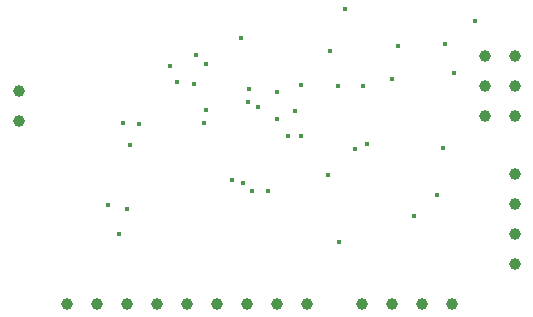
<source format=gbr>
%TF.GenerationSoftware,KiCad,Pcbnew,7.0.6-7.0.6~ubuntu22.10.1*%
%TF.CreationDate,2023-08-26T18:05:54+03:00*%
%TF.ProjectId,MCU Datalogger,4d435520-4461-4746-916c-6f676765722e,rev?*%
%TF.SameCoordinates,Original*%
%TF.FileFunction,Plated,1,2,PTH,Drill*%
%TF.FilePolarity,Positive*%
%FSLAX46Y46*%
G04 Gerber Fmt 4.6, Leading zero omitted, Abs format (unit mm)*
G04 Created by KiCad (PCBNEW 7.0.6-7.0.6~ubuntu22.10.1) date 2023-08-26 18:05:54*
%MOMM*%
%LPD*%
G01*
G04 APERTURE LIST*
%TA.AperFunction,ViaDrill*%
%ADD10C,0.400000*%
%TD*%
%TA.AperFunction,ComponentDrill*%
%ADD11C,1.000000*%
%TD*%
G04 APERTURE END LIST*
D10*
X86609500Y-75100000D03*
X87500000Y-77500000D03*
X87800000Y-68100000D03*
X88200000Y-75400000D03*
X88400000Y-70000000D03*
X89200000Y-68200000D03*
X91800000Y-63300000D03*
X92424732Y-64672803D03*
X93874232Y-64824500D03*
X94000000Y-62374500D03*
X94658589Y-68075500D03*
X94900000Y-63099000D03*
X94900000Y-67000000D03*
X97054500Y-72900000D03*
X97800000Y-60925500D03*
X98019866Y-73158985D03*
X98406018Y-66353009D03*
X98500000Y-65200000D03*
X98800000Y-73875500D03*
X99300000Y-66800000D03*
X100100000Y-73875500D03*
X100900000Y-65500000D03*
X100900000Y-67800000D03*
X101800000Y-69200000D03*
X102400000Y-67100000D03*
X102900000Y-69200000D03*
X102912299Y-64887701D03*
X105200000Y-72500000D03*
X105400000Y-62000000D03*
X106004351Y-64950292D03*
X106100000Y-78200000D03*
X106600000Y-58500000D03*
X107500000Y-70300000D03*
X108150000Y-64950000D03*
X108500000Y-69900000D03*
X110587500Y-64400000D03*
X111100000Y-61600000D03*
X112500000Y-76000000D03*
X114400000Y-74200000D03*
X114900000Y-70200000D03*
X115100000Y-61400000D03*
X115900000Y-63900000D03*
X117600000Y-59500000D03*
D11*
%TO.C,BT1*%
X79000000Y-65400000D03*
X79000000Y-67940000D03*
%TO.C,J2*%
X83060000Y-83400000D03*
X85600000Y-83400000D03*
X88140000Y-83400000D03*
X90680000Y-83400000D03*
X93220000Y-83400000D03*
X95760000Y-83400000D03*
X98300000Y-83400000D03*
X100840000Y-83400000D03*
X103380000Y-83400000D03*
%TO.C,J3*%
X108060000Y-83400000D03*
X110600000Y-83400000D03*
X113140000Y-83400000D03*
X115680000Y-83400000D03*
%TO.C,J4*%
X118460000Y-62420000D03*
X118460000Y-64960000D03*
X118460000Y-67500000D03*
X121000000Y-62420000D03*
X121000000Y-64960000D03*
X121000000Y-67500000D03*
%TO.C,J1*%
X121000000Y-72420000D03*
X121000000Y-74960000D03*
X121000000Y-77500000D03*
X121000000Y-80040000D03*
M02*

</source>
